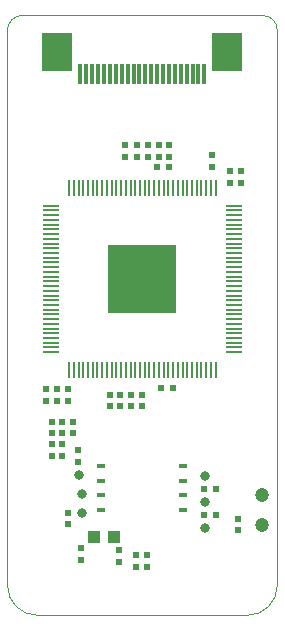
<source format=gbp>
G04*
G04 #@! TF.GenerationSoftware,Altium Limited,Altium Designer,25.0.1 (26)*
G04*
G04 Layer_Color=128*
%FSLAX25Y25*%
%MOIN*%
G70*
G04*
G04 #@! TF.SameCoordinates,5D196012-D927-4492-92D9-CD159FF3DA83*
G04*
G04*
G04 #@! TF.FilePolarity,Positive*
G04*
G01*
G75*
%ADD14C,0.00394*%
%ADD28R,0.02362X0.01968*%
%ADD40R,0.01968X0.02362*%
%ADD41R,0.04331X0.03937*%
%ADD91R,0.02953X0.01575*%
%ADD92R,0.22520X0.22520*%
%ADD93O,0.00984X0.05709*%
%ADD94O,0.05709X0.00984*%
%ADD95C,0.04724*%
%ADD96C,0.03150*%
%ADD97R,0.09843X0.12598*%
%ADD98R,0.01378X0.07087*%
D14*
X528401Y200000D02*
G03*
X523401Y195000I-0J-5000D01*
G01*
X523401Y10000D02*
G03*
X533401Y-0I10000J-0D01*
G01*
X613401Y195000D02*
G03*
X608401Y200000I-5000J0D01*
G01*
X603401Y0D02*
G03*
X613401Y10000I0J10000D01*
G01*
X613401Y195000D02*
X613401Y10000D01*
X608401Y200000D02*
X528401Y200000D01*
X523401Y10000D02*
X523401Y195000D01*
X603401Y0D02*
X533401Y0D01*
D28*
X568125Y73622D02*
D03*
Y69685D02*
D03*
X570094Y20154D02*
D03*
Y16217D02*
D03*
X566157D02*
D03*
Y20154D02*
D03*
X562771Y152913D02*
D03*
Y156850D02*
D03*
X561039Y69685D02*
D03*
Y73622D02*
D03*
X557495Y69685D02*
D03*
Y73622D02*
D03*
X543480Y71496D02*
D03*
Y75433D02*
D03*
X566708Y152913D02*
D03*
Y156850D02*
D03*
X577338Y152913D02*
D03*
Y156850D02*
D03*
X573795Y152913D02*
D03*
Y156850D02*
D03*
X570251Y152913D02*
D03*
Y156850D02*
D03*
X601196Y148031D02*
D03*
X601196Y144095D02*
D03*
X597653Y148031D02*
D03*
Y144095D02*
D03*
X591747Y153543D02*
D03*
Y149606D02*
D03*
X560645Y21654D02*
D03*
Y17717D02*
D03*
X548047Y18504D02*
D03*
Y22441D02*
D03*
X539936Y71496D02*
D03*
Y75433D02*
D03*
X536393Y71496D02*
D03*
Y75433D02*
D03*
X538204Y60630D02*
D03*
Y64567D02*
D03*
X541747Y60630D02*
D03*
Y64567D02*
D03*
X545291Y60630D02*
D03*
Y64567D02*
D03*
X538204Y53150D02*
D03*
Y57087D02*
D03*
X541747Y53150D02*
D03*
Y57087D02*
D03*
X543716Y34252D02*
D03*
Y30315D02*
D03*
X600409Y28346D02*
D03*
Y32283D02*
D03*
X546866Y55118D02*
D03*
Y51181D02*
D03*
X564582Y73622D02*
D03*
Y69685D02*
D03*
D40*
X573244Y149606D02*
D03*
X577180D02*
D03*
X574582Y75630D02*
D03*
X578519D02*
D03*
X592929Y42126D02*
D03*
X588991D02*
D03*
X592929Y33465D02*
D03*
X588991D02*
D03*
D41*
X552180Y25984D02*
D03*
X558873Y25984D02*
D03*
D91*
X554720Y49862D02*
D03*
X554720Y44941D02*
D03*
Y40020D02*
D03*
X554720Y35098D02*
D03*
X582082Y49862D02*
D03*
X582082Y44941D02*
D03*
Y40020D02*
D03*
X582082Y35098D02*
D03*
D92*
X568401Y112126D02*
D03*
D93*
X592810Y81713D02*
D03*
X591236D02*
D03*
X589661D02*
D03*
X588086D02*
D03*
X586511D02*
D03*
X584936D02*
D03*
X583362D02*
D03*
X581787D02*
D03*
X580212Y81713D02*
D03*
X578637D02*
D03*
X577062Y81713D02*
D03*
X575488D02*
D03*
X573913D02*
D03*
X572338D02*
D03*
X570763D02*
D03*
X569188D02*
D03*
X567614D02*
D03*
X566039D02*
D03*
X564464Y81713D02*
D03*
X562889Y81713D02*
D03*
X561314Y81713D02*
D03*
X559739Y81713D02*
D03*
X558165Y81713D02*
D03*
X556590Y81713D02*
D03*
X555015D02*
D03*
X553440D02*
D03*
X551865D02*
D03*
X550291D02*
D03*
X548716D02*
D03*
X547141D02*
D03*
X545566D02*
D03*
X543992Y81713D02*
D03*
Y142539D02*
D03*
X545566D02*
D03*
X547141D02*
D03*
X548716D02*
D03*
X550291D02*
D03*
X551865D02*
D03*
X553440D02*
D03*
X555015D02*
D03*
X556590D02*
D03*
X558165D02*
D03*
X559739D02*
D03*
X561314D02*
D03*
X562889D02*
D03*
X564464D02*
D03*
X566039D02*
D03*
X567614D02*
D03*
X569188D02*
D03*
X570763D02*
D03*
X572338D02*
D03*
X573913D02*
D03*
X575488D02*
D03*
X577062D02*
D03*
X578637D02*
D03*
X580212D02*
D03*
X581787D02*
D03*
X583362D02*
D03*
X584936D02*
D03*
X586511D02*
D03*
X588086D02*
D03*
X589661D02*
D03*
X591236D02*
D03*
X592810D02*
D03*
D94*
X537988Y87717D02*
D03*
Y89291D02*
D03*
Y90866D02*
D03*
Y92441D02*
D03*
Y94016D02*
D03*
Y95591D02*
D03*
Y97165D02*
D03*
Y98740D02*
D03*
Y100315D02*
D03*
Y101890D02*
D03*
Y103465D02*
D03*
Y105039D02*
D03*
Y106614D02*
D03*
Y108189D02*
D03*
Y109764D02*
D03*
Y111339D02*
D03*
Y112913D02*
D03*
Y114488D02*
D03*
Y116063D02*
D03*
Y117638D02*
D03*
Y119213D02*
D03*
Y120787D02*
D03*
Y122362D02*
D03*
Y123937D02*
D03*
Y125512D02*
D03*
Y127087D02*
D03*
Y128661D02*
D03*
Y130236D02*
D03*
Y131811D02*
D03*
Y133386D02*
D03*
Y134961D02*
D03*
Y136535D02*
D03*
X598814D02*
D03*
X598814Y134961D02*
D03*
Y133386D02*
D03*
Y131811D02*
D03*
Y130236D02*
D03*
Y128661D02*
D03*
Y127087D02*
D03*
Y125512D02*
D03*
Y123937D02*
D03*
X598814Y122362D02*
D03*
X598814Y120787D02*
D03*
X598814Y119213D02*
D03*
X598814Y117638D02*
D03*
X598814Y116063D02*
D03*
X598814Y114488D02*
D03*
Y112913D02*
D03*
Y111339D02*
D03*
Y109764D02*
D03*
Y108189D02*
D03*
Y106614D02*
D03*
Y105039D02*
D03*
Y103465D02*
D03*
X598814Y101890D02*
D03*
Y100315D02*
D03*
X598814Y98740D02*
D03*
Y97165D02*
D03*
Y95591D02*
D03*
Y94016D02*
D03*
Y92441D02*
D03*
Y90866D02*
D03*
Y89291D02*
D03*
Y87717D02*
D03*
D95*
X608401Y30000D02*
D03*
Y40000D02*
D03*
D96*
X589385Y46457D02*
D03*
X548116Y40551D02*
D03*
X548440Y34252D02*
D03*
X589385Y29134D02*
D03*
Y37795D02*
D03*
X547259Y46850D02*
D03*
D97*
X540055Y187894D02*
D03*
X596747D02*
D03*
D98*
X547732Y180413D02*
D03*
X551669D02*
D03*
X555606D02*
D03*
X559543D02*
D03*
X563480D02*
D03*
X567417D02*
D03*
X571354D02*
D03*
X575291D02*
D03*
X579228D02*
D03*
X583165D02*
D03*
X587102D02*
D03*
X549700D02*
D03*
X553637D02*
D03*
X557574D02*
D03*
X561511D02*
D03*
X565448D02*
D03*
X569385D02*
D03*
X573322D02*
D03*
X577259D02*
D03*
X581196D02*
D03*
X585133D02*
D03*
X589070D02*
D03*
M02*

</source>
